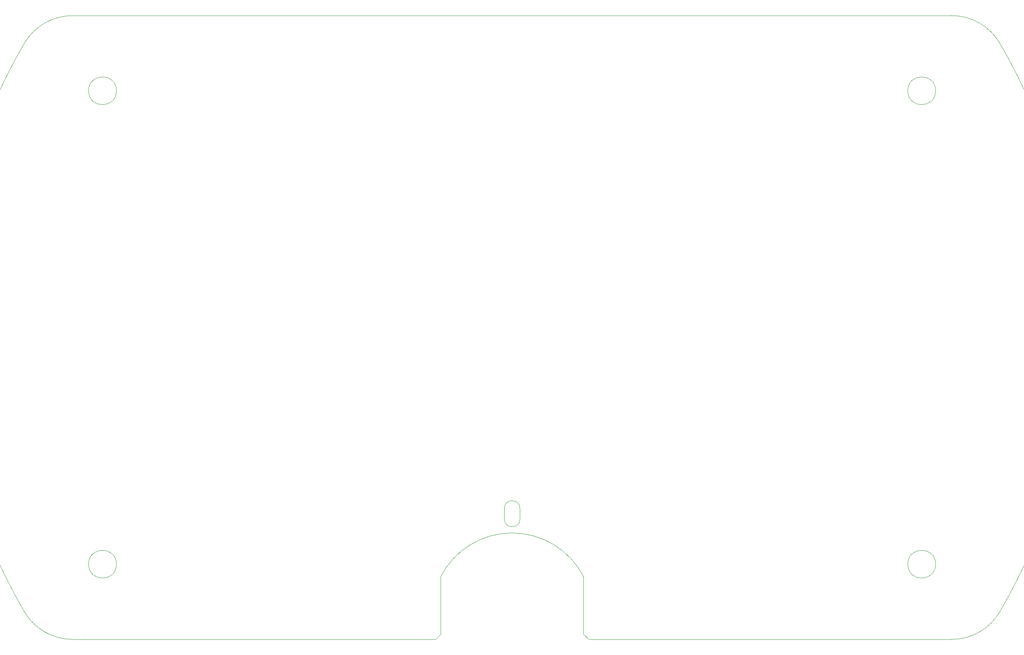
<source format=gbr>
%TF.GenerationSoftware,KiCad,Pcbnew,7.0.6-7.0.6~ubuntu22.04.1*%
%TF.CreationDate,2023-08-02T20:46:46-04:00*%
%TF.ProjectId,AG_HARVEST_LED,41475f48-4152-4564-9553-545f4c45442e,rev?*%
%TF.SameCoordinates,Original*%
%TF.FileFunction,Profile,NP*%
%FSLAX46Y46*%
G04 Gerber Fmt 4.6, Leading zero omitted, Abs format (unit mm)*
G04 Created by KiCad (PCBNEW 7.0.6-7.0.6~ubuntu22.04.1) date 2023-08-02 20:46:46*
%MOMM*%
%LPD*%
G01*
G04 APERTURE LIST*
%TA.AperFunction,Profile*%
%ADD10C,0.007874*%
%TD*%
G04 APERTURE END LIST*
D10*
X144264384Y-142874917D02*
X144264384Y-145257413D01*
X144264384Y-145257413D02*
G75*
G03*
X147835616Y-145257413I1785616J13D01*
G01*
X242491107Y-155574892D02*
G75*
G03*
X242491107Y-155574892I-3174994J0D01*
G01*
X246134800Y-172719865D02*
G75*
G03*
X257102997Y-166422069I0J12699965D01*
G01*
X55958881Y-155574892D02*
G75*
G03*
X55958881Y-155574892I-3174994J0D01*
G01*
X162321167Y-171528560D02*
X163512465Y-172719858D01*
X246134800Y-30480142D02*
X45965200Y-30480142D01*
X257103024Y-36777992D02*
G75*
G03*
X246134800Y-30480142I-10968224J-6402108D01*
G01*
X34996225Y-36778195D02*
G75*
G03*
X34996564Y-166422386I111053775J-64821805D01*
G01*
X129778833Y-158432386D02*
X129778833Y-171528560D01*
X129778833Y-171528560D02*
X128587535Y-172719858D01*
X162321167Y-158432386D02*
X162321167Y-171528560D01*
X242491107Y-47625108D02*
G75*
G03*
X242491107Y-47625108I-3174994J0D01*
G01*
X55958881Y-47625108D02*
G75*
G03*
X55958881Y-47625108I-3174994J0D01*
G01*
X162321133Y-158432254D02*
G75*
G03*
X129778867Y-158432254I-16271133J-8281617D01*
G01*
X147835616Y-142874917D02*
X147835616Y-145257413D01*
X257103436Y-166422386D02*
G75*
G03*
X257103775Y-36778195I-111053436J64822386D01*
G01*
X147835616Y-142874917D02*
G75*
G03*
X144264384Y-142874917I-1785616J-3D01*
G01*
X128587535Y-172719858D02*
X45965200Y-172719858D01*
X163512465Y-172719858D02*
X246134800Y-172719858D01*
X34997009Y-166422065D02*
G75*
G03*
X45965200Y-172719858I10968191J6402165D01*
G01*
X45965200Y-30480145D02*
G75*
G03*
X34996970Y-36777988I0J-12699975D01*
G01*
M02*

</source>
